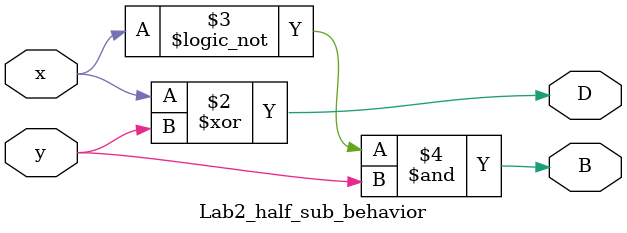
<source format=v>
module Lab2_half_sub_behavior(D, B, x, y);
	output reg D, B;
	input x, y;
	always@(x,y)begin
	 D<=x^y;
	 B<=(!x)&y;
	end
endmodule

</source>
